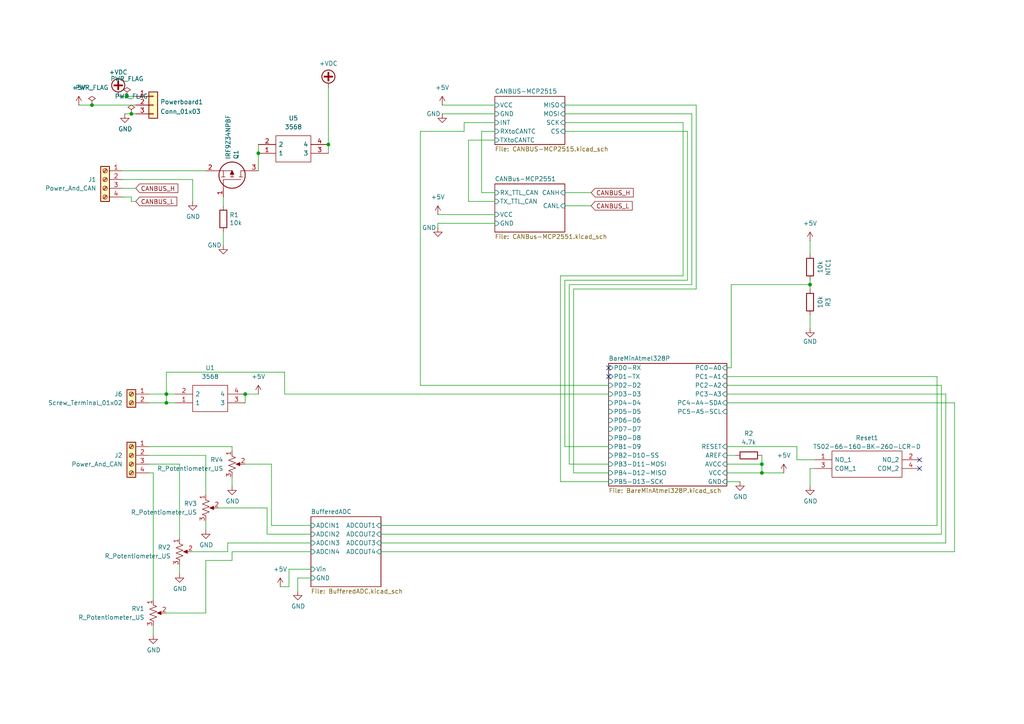
<source format=kicad_sch>
(kicad_sch (version 20231120) (generator "eeschema") (generator_version "8.0")
  (paper "A4")
  (lib_symbols
    (symbol "Connector:Screw_Terminal_01x02" (pin_names (offset 1.016) hide)
      (property "Reference" "J" (at 0 2.54 0))
      (property "Value" "Screw_Terminal_01x02" (at 0 -5.08 0))
      (symbol "Screw_Terminal_01x02_1_1"
        (rectangle (start -1.27 1.27) (end 1.27 -3.81) (stroke (width 0.254)) (fill (type background)))
        (circle (center 0 -2.54) (radius 0.635) (stroke (width 0.1524)))
        (polyline (pts (xy -0.5334 -2.2098) (xy 0.3302 -3.048)) (stroke (width 0.1524)))
        (polyline (pts (xy -0.5334 0.3302) (xy 0.3302 -0.508)) (stroke (width 0.1524)))
        (polyline (pts (xy -0.3556 -2.032) (xy 0.508 -2.8702)) (stroke (width 0.1524)))
        (polyline (pts (xy -0.3556 0.508) (xy 0.508 -0.3302)) (stroke (width 0.1524)))
        (circle (center 0 0) (radius 0.635) (stroke (width 0.1524)))
        (pin passive line (at -5.08 0 0) (length 3.81) (name "Pin_1") (number "1"))
        (pin passive line (at -5.08 -2.54 0) (length 3.81) (name "Pin_2") (number "2"))
      )
    )
    (symbol "Connector:Screw_Terminal_01x04" (pin_names (offset 1.016) hide)
      (property "Reference" "J" (at 0 5.08 0))
      (property "Value" "Screw_Terminal_01x04" (at 0 -7.62 0))
      (symbol "Screw_Terminal_01x04_1_1"
        (rectangle (start -1.27 3.81) (end 1.27 -6.35) (stroke (width 0.254)) (fill (type background)))
        (circle (center 0 -5.08) (radius 0.635) (stroke (width 0.1524)))
        (circle (center 0 -2.54) (radius 0.635) (stroke (width 0.1524)))
        (polyline (pts (xy -0.5334 -4.7498) (xy 0.3302 -5.588)) (stroke (width 0.1524)))
        (polyline (pts (xy -0.5334 -2.2098) (xy 0.3302 -3.048)) (stroke (width 0.1524)))
        (polyline (pts (xy -0.5334 0.3302) (xy 0.3302 -0.508)) (stroke (width 0.1524)))
        (polyline (pts (xy -0.5334 2.8702) (xy 0.3302 2.032)) (stroke (width 0.1524)))
        (polyline (pts (xy -0.3556 -4.572) (xy 0.508 -5.4102)) (stroke (width 0.1524)))
        (polyline (pts (xy -0.3556 -2.032) (xy 0.508 -2.8702)) (stroke (width 0.1524)))
        (polyline (pts (xy -0.3556 0.508) (xy 0.508 -0.3302)) (stroke (width 0.1524)))
        (polyline (pts (xy -0.3556 3.048) (xy 0.508 2.2098)) (stroke (width 0.1524)))
        (circle (center 0 0) (radius 0.635) (stroke (width 0.1524)))
        (circle (center 0 2.54) (radius 0.635) (stroke (width 0.1524)))
        (pin passive line (at -5.08 2.54 0) (length 3.81) (name "Pin_1") (number "1"))
        (pin passive line (at -5.08 0 0) (length 3.81) (name "Pin_2") (number "2"))
        (pin passive line (at -5.08 -2.54 0) (length 3.81) (name "Pin_3") (number "3"))
        (pin passive line (at -5.08 -5.08 0) (length 3.81) (name "Pin_4") (number "4"))
      )
    )
    (symbol "Connector_Generic:Conn_01x03" (pin_names (offset 1.016) hide)
      (property "Reference" "J" (at 0 5.08 0))
      (property "Value" "Conn_01x03" (at 0 -5.08 0))
      (symbol "Conn_01x03_1_1"
        (rectangle (start -1.27 -2.413) (end 0 -2.667) (stroke (width 0.1524)))
        (rectangle (start -1.27 0.127) (end 0 -0.127) (stroke (width 0.1524)))
        (rectangle (start -1.27 2.667) (end 0 2.413) (stroke (width 0.1524)))
        (rectangle (start -1.27 3.81) (end 1.27 -3.81) (stroke (width 0.254)) (fill (type background)))
        (pin passive line (at -5.08 2.54 0) (length 3.81) (name "Pin_1") (number "1"))
        (pin passive line (at -5.08 0 0) (length 3.81) (name "Pin_2") (number "2"))
        (pin passive line (at -5.08 -2.54 0) (length 3.81) (name "Pin_3") (number "3"))
      )
    )
    (symbol "Device:R" (pin_numbers hide) (pin_names (offset 0))
      (property "Reference" "R" (at 2.032 0 90))
      (property "Value" "R" (at 0 0 90))
      (symbol "R_0_1"
        (rectangle (start -1.016 -2.54) (end 1.016 2.54) (stroke (width 0.254)))
      )
      (symbol "R_1_1"
        (pin passive line (at 0 3.81 270) (length 1.27) (name "~") (number "1"))
        (pin passive line (at 0 -3.81 90) (length 1.27) (name "~") (number "2"))
      )
    )
    (symbol "Device:R_Potentiometer_US" (pin_names (offset 1.016) hide)
      (property "Reference" "RV" (at -4.445 0 90))
      (property "Value" "R_Potentiometer_US" (at -2.54 0 90))
      (symbol "R_Potentiometer_US_0_1"
        (polyline (pts (xy 0 -2.286) (xy 0 -2.54)))
        (polyline (pts (xy 0 2.54) (xy 0 2.286)))
        (polyline (pts (xy 2.54 0) (xy 1.524 0)))
        (polyline (pts (xy 1.143 0) (xy 2.286 0.508) (xy 2.286 -0.508) (xy 1.143 0)) (fill (type outline)))
        (polyline (pts (xy 0 -0.762) (xy 1.016 -1.143) (xy 0 -1.524) (xy -1.016 -1.905) (xy 0 -2.286)))
        (polyline (pts (xy 0 0.762) (xy 1.016 0.381) (xy 0 0) (xy -1.016 -0.381) (xy 0 -0.762)))
        (polyline (pts (xy 0 2.286) (xy 1.016 1.905) (xy 0 1.524) (xy -1.016 1.143) (xy 0 0.762)))
      )
      (symbol "R_Potentiometer_US_1_1"
        (pin passive line (at 0 3.81 270) (length 1.27) (name "1") (number "1"))
        (pin passive line (at 3.81 0 180) (length 1.27) (name "2") (number "2"))
        (pin passive line (at 0 -3.81 90) (length 1.27) (name "3") (number "3"))
      )
    )
    (symbol "SamacSys_Parts:3568" (pin_names (offset 0.762))
      (property "Reference" "U" (at 16.51 7.62 0))
      (property "Value" "3568" (at 16.51 5.08 0))
      (symbol "3568_0_0"
        (pin passive line (at 0 -2.54 0) (length 5.08) (name "1") (number "1"))
        (pin passive line (at 0 0 0) (length 5.08) (name "2") (number "2"))
        (pin passive line (at 20.32 -2.54 180) (length 5.08) (name "3") (number "3"))
        (pin passive line (at 20.32 0 180) (length 5.08) (name "4") (number "4"))
      )
      (symbol "3568_0_1"
        (polyline (pts (xy 5.08 2.54) (xy 15.24 2.54) (xy 15.24 -5.08) (xy 5.08 -5.08) (xy 5.08 2.54)) (stroke (width 0.1524)))
      )
    )
    (symbol "SamacSys_Parts:IRF9Z34NPBF" (pin_names (offset 0.762))
      (property "Reference" "Q" (at 11.43 3.81 0))
      (property "Value" "SamacSys_Parts_IRF9Z34NPBF" (at 11.43 1.27 0))
      (symbol "IRF9Z34NPBF_0_0"
        (pin passive line (at 0 0 0) (length 2.54) (name "~") (number "1"))
        (pin passive line (at 7.62 -5.08 90) (length 2.54) (name "~") (number "2"))
        (pin passive line (at 7.62 10.16 270) (length 2.54) (name "~") (number "3"))
      )
      (symbol "IRF9Z34NPBF_0_1"
        (polyline (pts (xy 5.842 -0.508) (xy 5.842 0.508)) (stroke (width 0.1524)))
        (polyline (pts (xy 5.842 0) (xy 7.62 0)) (stroke (width 0.1524)))
        (polyline (pts (xy 5.842 2.032) (xy 5.842 3.048)) (stroke (width 0.1524)))
        (polyline (pts (xy 5.842 5.588) (xy 5.842 4.572)) (stroke (width 0.1524)))
        (polyline (pts (xy 7.62 2.54) (xy 5.842 2.54)) (stroke (width 0.1524)))
        (polyline (pts (xy 7.62 2.54) (xy 7.62 -2.54)) (stroke (width 0.1524)))
        (polyline (pts (xy 7.62 5.08) (xy 5.842 5.08)) (stroke (width 0.1524)))
        (polyline (pts (xy 7.62 5.08) (xy 7.62 7.62)) (stroke (width 0.1524)))
        (polyline (pts (xy 2.54 0) (xy 5.08 0) (xy 5.08 5.08)) (stroke (width 0.1524)))
        (polyline (pts (xy 7.62 2.54) (xy 6.604 3.048) (xy 6.604 2.032) (xy 7.62 2.54)) (stroke (width 0.254)) (fill (type outline)))
        (circle (center 6.35 2.54) (radius 3.81) (stroke (width 0.254)))
      )
    )
    (symbol "SamacSys_Parts:TS02-66-160-BK-260-LCR-D" (pin_names (offset 0.762))
      (property "Reference" "S" (at 26.67 7.62 0))
      (property "Value" "TS02-66-160-BK-260-LCR-D" (at 26.67 5.08 0))
      (symbol "TS02-66-160-BK-260-LCR-D_0_0"
        (pin passive line (at 0 0 0) (length 5.08) (name "NO_1") (number "1"))
        (pin passive line (at 30.48 0 180) (length 5.08) (name "NO_2") (number "2"))
        (pin passive line (at 0 -2.54 0) (length 5.08) (name "COM_1") (number "3"))
        (pin passive line (at 30.48 -2.54 180) (length 5.08) (name "COM_2") (number "4"))
      )
      (symbol "TS02-66-160-BK-260-LCR-D_0_1"
        (polyline (pts (xy 5.08 2.54) (xy 25.4 2.54) (xy 25.4 -5.08) (xy 5.08 -5.08) (xy 5.08 2.54)) (stroke (width 0.1524)))
      )
    )
    (symbol "power:+5V" (power) (pin_numbers hide) (pin_names (offset 0) hide)
      (property "Value" "+5V" (at 0 3.556 0))
      (symbol "+5V_0_1"
        (polyline (pts (xy -0.762 1.27) (xy 0 2.54)))
        (polyline (pts (xy 0 0) (xy 0 2.54)))
        (polyline (pts (xy 0 2.54) (xy 0.762 1.27)))
      )
      (symbol "+5V_1_1"
        (pin power_in line (at 0 0 90) (length 0) (name "~") (number "1"))
      )
    )
    (symbol "power:+VDC" (power) (pin_names (offset 0))
      (property "Value" "+VDC" (at 0 6.35 0))
      (symbol "+VDC_0_1"
        (polyline (pts (xy -1.143 3.175) (xy 1.143 3.175)) (stroke (width 0.508)))
        (polyline (pts (xy 0 0) (xy 0 1.27)))
        (polyline (pts (xy 0 2.032) (xy 0 4.318)) (stroke (width 0.508)))
        (circle (center 0 3.175) (radius 1.905) (stroke (width 0.254)))
      )
      (symbol "+VDC_1_1"
        (pin power_in line (at 0 0 90) (length 0) hide (name "+VDC") (number "1"))
      )
    )
    (symbol "power:GND" (power) (pin_names (offset 0))
      (property "Value" "GND" (at 0 -3.81 0))
      (symbol "GND_0_1"
        (polyline (pts (xy 0 0) (xy 0 -1.27) (xy 1.27 -1.27) (xy 0 -2.54) (xy -1.27 -1.27) (xy 0 -1.27)))
      )
      (symbol "GND_1_1"
        (pin power_in line (at 0 0 270) (length 0) hide (name "GND") (number "1"))
      )
    )
    (symbol "power:PWR_FLAG" (power) (pin_numbers hide) (pin_names (offset 0) hide)
      (property "Value" "PWR_FLAG" (at 0 3.81 0))
      (symbol "PWR_FLAG_0_0"
        (pin power_out line (at 0 0 90) (length 0) (name "~") (number "1"))
      )
      (symbol "PWR_FLAG_0_1"
        (polyline (pts (xy 0 0) (xy 0 1.27) (xy -1.016 1.905) (xy 0 2.54) (xy 1.016 1.905) (xy 0 1.27)))
      )
    )
  )
  (junction (at 48.26 114.3))
  (junction (at 234.95 82.55))
  (junction (at 95.25 41.91))
  (junction (at 74.93 44.45))
  (junction (at 38.1 33.02))
  (junction (at 36.83 27.94))
  (junction (at 48.26 116.84))
  (junction (at 220.98 134.62))
  (junction (at 26.67 30.48))
  (junction (at 220.98 137.16))
  (junction (at 71.12 114.3))
  (no_connect (at 176.53 106.68))
  (no_connect (at 176.53 109.22))
  (no_connect (at 266.7 135.89))
  (no_connect (at 266.7 133.35))
  (wire (pts (xy 34.29 27.94) (xy 36.83 27.94)))
  (wire (pts (xy 35.56 52.07) (xy 55.88 52.07)))
  (wire (pts (xy 128.27 33.02) (xy 143.51 33.02)))
  (wire (pts (xy 176.53 114.3) (xy 82.55 114.3)))
  (wire (pts (xy 274.32 157.48) (xy 110.49 157.48)))
  (wire (pts (xy 110.49 160.02) (xy 276.86 160.02)))
  (wire (pts (xy 95.25 41.91) (xy 95.25 44.45)))
  (wire (pts (xy 231.14 129.54) (xy 231.14 133.35)))
  (wire (pts (xy 176.53 111.76) (xy 121.92 111.76)))
  (wire (pts (xy 26.67 30.48) (xy 39.37 30.48)))
  (wire (pts (xy 176.53 129.54) (xy 163.83 129.54)))
  (wire (pts (xy 212.09 106.68) (xy 212.09 82.55)))
  (wire (pts (xy 200.66 33.02) (xy 200.66 82.55)))
  (wire (pts (xy 59.69 132.08) (xy 59.69 143.51)))
  (wire (pts (xy 78.74 152.4) (xy 78.74 134.62)))
  (wire (pts (xy 38.1 58.42) (xy 38.1 57.15)))
  (wire (pts (xy 234.95 82.55) (xy 234.95 83.82)))
  (wire (pts (xy 234.95 135.89) (xy 234.95 140.97)))
  (wire (pts (xy 143.51 64.77) (xy 127 64.77)))
  (wire (pts (xy 55.88 58.42) (xy 55.88 52.07)))
  (wire (pts (xy 234.95 81.28) (xy 234.95 82.55)))
  (wire (pts (xy 48.26 107.95) (xy 48.26 114.3)))
  (wire (pts (xy 210.82 139.7) (xy 214.63 139.7)))
  (wire (pts (xy 67.31 160.02) (xy 90.17 160.02)))
  (wire (pts (xy 139.7 38.1) (xy 143.51 38.1)))
  (wire (pts (xy 163.83 81.28) (xy 199.39 81.28)))
  (wire (pts (xy 127 62.23) (xy 143.51 62.23)))
  (wire (pts (xy 198.12 35.56) (xy 163.83 35.56)))
  (wire (pts (xy 273.05 111.76) (xy 210.82 111.76)))
  (wire (pts (xy 163.83 129.54) (xy 163.83 81.28)))
  (wire (pts (xy 210.82 132.08) (xy 213.36 132.08)))
  (wire (pts (xy 128.27 30.48) (xy 143.51 30.48)))
  (wire (pts (xy 220.98 137.16) (xy 227.33 137.16)))
  (wire (pts (xy 198.12 80.01) (xy 198.12 35.56)))
  (wire (pts (xy 276.86 160.02) (xy 276.86 116.84)))
  (wire (pts (xy 121.92 38.1) (xy 134.62 38.1)))
  (wire (pts (xy 210.82 109.22) (xy 271.78 109.22)))
  (wire (pts (xy 127 64.77) (xy 127 66.04)))
  (wire (pts (xy 163.83 33.02) (xy 200.66 33.02)))
  (wire (pts (xy 71.12 114.3) (xy 71.12 116.84)))
  (wire (pts (xy 234.95 91.44) (xy 234.95 95.25)))
  (wire (pts (xy 165.1 82.55) (xy 165.1 134.62)))
  (wire (pts (xy 38.1 57.15) (xy 35.56 57.15)))
  (wire (pts (xy 162.56 80.01) (xy 198.12 80.01)))
  (wire (pts (xy 74.93 44.45) (xy 74.93 49.53)))
  (wire (pts (xy 143.51 55.88) (xy 139.7 55.88)))
  (wire (pts (xy 44.45 137.16) (xy 43.18 137.16)))
  (wire (pts (xy 210.82 106.68) (xy 212.09 106.68)))
  (wire (pts (xy 176.53 139.7) (xy 162.56 139.7)))
  (wire (pts (xy 276.86 116.84) (xy 210.82 116.84)))
  (wire (pts (xy 43.18 132.08) (xy 59.69 132.08)))
  (wire (pts (xy 210.82 129.54) (xy 231.14 129.54)))
  (wire (pts (xy 135.89 40.64) (xy 135.89 58.42)))
  (wire (pts (xy 90.17 167.64) (xy 86.36 167.64)))
  (wire (pts (xy 59.69 151.13) (xy 59.69 153.67)))
  (wire (pts (xy 83.82 170.18) (xy 83.82 165.1)))
  (wire (pts (xy 220.98 134.62) (xy 220.98 137.16)))
  (wire (pts (xy 121.92 111.76) (xy 121.92 38.1)))
  (wire (pts (xy 22.86 30.48) (xy 26.67 30.48)))
  (wire (pts (xy 44.45 181.61) (xy 44.45 184.15)))
  (wire (pts (xy 176.53 137.16) (xy 166.37 137.16)))
  (wire (pts (xy 71.12 114.3) (xy 74.93 114.3)))
  (wire (pts (xy 67.31 138.43) (xy 67.31 140.97)))
  (wire (pts (xy 59.69 162.56) (xy 67.31 162.56)))
  (wire (pts (xy 66.04 157.48) (xy 90.17 157.48)))
  (wire (pts (xy 165.1 134.62) (xy 176.53 134.62)))
  (wire (pts (xy 82.55 114.3) (xy 82.55 107.95)))
  (wire (pts (xy 234.95 69.85) (xy 234.95 73.66)))
  (wire (pts (xy 35.56 49.53) (xy 59.69 49.53)))
  (wire (pts (xy 67.31 129.54) (xy 67.31 130.81)))
  (wire (pts (xy 48.26 116.84) (xy 48.26 114.3)))
  (wire (pts (xy 36.83 27.94) (xy 39.37 27.94)))
  (wire (pts (xy 50.8 116.84) (xy 48.26 116.84)))
  (wire (pts (xy 163.83 59.69) (xy 171.45 59.69)))
  (wire (pts (xy 77.47 147.32) (xy 77.47 154.94)))
  (wire (pts (xy 36.195 33.02) (xy 38.1 33.02)))
  (wire (pts (xy 162.56 139.7) (xy 162.56 80.01)))
  (wire (pts (xy 48.26 177.8) (xy 59.69 177.8)))
  (wire (pts (xy 74.93 41.91) (xy 74.93 44.45)))
  (wire (pts (xy 273.05 154.94) (xy 273.05 111.76)))
  (wire (pts (xy 55.88 160.02) (xy 66.04 160.02)))
  (wire (pts (xy 134.62 35.56) (xy 143.51 35.56)))
  (wire (pts (xy 139.7 55.88) (xy 139.7 38.1)))
  (wire (pts (xy 66.04 160.02) (xy 66.04 157.48)))
  (wire (pts (xy 210.82 114.3) (xy 274.32 114.3)))
  (wire (pts (xy 166.37 137.16) (xy 166.37 83.82)))
  (wire (pts (xy 63.5 147.32) (xy 77.47 147.32)))
  (wire (pts (xy 39.37 58.42) (xy 38.1 58.42)))
  (wire (pts (xy 166.37 83.82) (xy 201.93 83.82)))
  (wire (pts (xy 64.77 67.31) (xy 64.77 71.12)))
  (wire (pts (xy 236.22 135.89) (xy 234.95 135.89)))
  (wire (pts (xy 82.55 107.95) (xy 48.26 107.95)))
  (wire (pts (xy 199.39 81.28) (xy 199.39 38.1)))
  (wire (pts (xy 271.78 109.22) (xy 271.78 152.4)))
  (wire (pts (xy 135.89 58.42) (xy 143.51 58.42)))
  (wire (pts (xy 134.62 38.1) (xy 134.62 35.56)))
  (wire (pts (xy 44.45 173.99) (xy 44.45 137.16)))
  (wire (pts (xy 52.07 134.62) (xy 43.18 134.62)))
  (wire (pts (xy 200.66 82.55) (xy 165.1 82.55)))
  (wire (pts (xy 90.17 152.4) (xy 78.74 152.4)))
  (wire (pts (xy 163.83 30.48) (xy 201.93 30.48)))
  (wire (pts (xy 52.07 156.21) (xy 52.07 134.62)))
  (wire (pts (xy 110.49 154.94) (xy 273.05 154.94)))
  (wire (pts (xy 143.51 40.64) (xy 135.89 40.64)))
  (wire (pts (xy 38.1 33.02) (xy 39.37 33.02)))
  (wire (pts (xy 86.36 167.64) (xy 86.36 171.45)))
  (wire (pts (xy 163.83 55.88) (xy 171.45 55.88)))
  (wire (pts (xy 201.93 83.82) (xy 201.93 30.48)))
  (wire (pts (xy 35.56 54.61) (xy 39.37 54.61)))
  (wire (pts (xy 81.28 170.18) (xy 83.82 170.18)))
  (wire (pts (xy 274.32 114.3) (xy 274.32 157.48)))
  (wire (pts (xy 52.07 163.83) (xy 52.07 166.37)))
  (wire (pts (xy 231.14 133.35) (xy 236.22 133.35)))
  (wire (pts (xy 95.25 25.4) (xy 95.25 41.91)))
  (wire (pts (xy 212.09 82.55) (xy 234.95 82.55)))
  (wire (pts (xy 43.18 116.84) (xy 48.26 116.84)))
  (wire (pts (xy 67.31 162.56) (xy 67.31 160.02)))
  (wire (pts (xy 64.77 59.69) (xy 64.77 57.15)))
  (wire (pts (xy 210.82 134.62) (xy 220.98 134.62)))
  (wire (pts (xy 83.82 165.1) (xy 90.17 165.1)))
  (wire (pts (xy 77.47 154.94) (xy 90.17 154.94)))
  (wire (pts (xy 220.98 132.08) (xy 220.98 134.62)))
  (wire (pts (xy 271.78 152.4) (xy 110.49 152.4)))
  (wire (pts (xy 78.74 134.62) (xy 71.12 134.62)))
  (wire (pts (xy 59.69 177.8) (xy 59.69 162.56)))
  (wire (pts (xy 43.18 129.54) (xy 67.31 129.54)))
  (wire (pts (xy 43.18 114.3) (xy 48.26 114.3)))
  (wire (pts (xy 210.82 137.16) (xy 220.98 137.16)))
  (wire (pts (xy 48.26 114.3) (xy 50.8 114.3)))
  (wire (pts (xy 199.39 38.1) (xy 163.83 38.1)))
  (global_label "CANBUS_H" (shape input) (at 39.37 54.61 0) (property "Intersheetrefs" "${INTERSHEET_REFS}" (effects (hide yes))))
  (global_label "CANBUS_H" (shape input) (at 171.45 55.88 0) (property "Intersheetrefs" "${INTERSHEET_REFS}" (effects (hide yes))))
  (global_label "CANBUS_L" (shape input) (at 171.45 59.69 0) (property "Intersheetrefs" "${INTERSHEET_REFS}" (effects (hide yes))))
  (global_label "CANBUS_L" (shape input) (at 39.37 58.42 0) (property "Intersheetrefs" "${INTERSHEET_REFS}" (effects (hide yes))))
  (symbol (lib_id "Device:R_Potentiometer_US") (at 67.31 134.62 0) (unit 1)
    (property "Reference" "RV4" (at 64.77 133.3499 0) (effects (justify right)))
    (property "Value" "R_Potentiometer_US" (at 64.77 135.8899 0) (effects (justify right)))
    (property "Footprint" "Potentiometer_THT:Potentiometer_Bourns_3296W_Vertical" (effects (hide yes)))
    (property "Description" "Potentiometer, US symbol" (effects (hide yes)))
  )
  (symbol (lib_id "Connector:Screw_Terminal_01x04") (at 38.1 132.08 0) (mirror y) (unit 1)
    (property "Reference" "J2" (at 35.56 132.0799 0) (effects (justify left)))
    (property "Value" "Power_And_CAN" (at 35.56 134.6199 0) (effects (justify left)))
    (property "Footprint" "TerminalBlock_Phoenix:TerminalBlock_Phoenix_MPT-0,5-4-2.54_1x04_P2.54mm_Horizontal" (effects (hide yes)))
    (property "Description" "Generic screw terminal, single row, 01x04, script generated (kicad-library-utils/schlib/autogen/connector/)" (effects (hide yes)))
  )
  (symbol (lib_id "power:+5V") (at 22.86 30.48 0) (unit 1)
    (property "Reference" "#PWR01" (effects (hide yes)))
    (property "Value" "+5V" (at 22.86 25.4 0))
    (property "Description" "Power symbol creates a global label with name \"+5V\"" (effects (hide yes)))
  )
  (symbol (lib_id "SamacSys_Parts:IRF9Z34NPBF") (at 64.77 57.15 270) (mirror x) (unit 1)
    (property "Reference" "Q1" (at 68.4784 46.228 0) (effects (justify left)))
    (property "Value" "IRF9Z34NPBF" (at 66.167 46.228 0) (effects (justify left)))
    (property "Footprint" "SamacSys_Parts:TO254P469X1042X1967-3P" (effects (hide yes)))
    (property "Datasheet" "https://www.infineon.com/dgdl/irf9z34npbf.pdf?fileId=5546d462533600a40153561220af1ddd" (effects (hide yes)))
    (property "Description" "MOSFET MOSFT PCh -55V -17A 100mOhm 23.3nC" (effects (hide yes)))
    (property "Height" "4.69" (effects (hide yes)))
    (property "Mouser Part Number" "942-IRF9Z34NPBF" (effects (hide yes)))
    (property "Mouser Price/Stock" "https://www.mouser.co.uk/ProductDetail/Infineon-IR/IRF9Z34NPBF?qs=9%252BKlkBgLFf16a%2FvlD%252BMCtQ%3D%3D" (effects (hide yes)))
    (property "Manufacturer_Name" "Infineon" (effects (hide yes)))
    (property "Manufacturer_Part_Number" "IRF9Z34NPBF" (effects (hide yes)))
  )
  (symbol (lib_id "SamacSys_Parts:3568") (at 50.8 114.3 0) (unit 1)
    (property "Reference" "U1" (at 60.96 106.68 0))
    (property "Value" "3568" (at 60.96 109.22 0))
    (property "Footprint" "3568" (effects (hide yes)))
    (property "Description" "Fuse Holder 30A 500V 1 Circuit Blade Through Hole" (effects (hide yes)))
    (property "Height" "7.5" (effects (hide yes)))
    (property "Mouser Part Number" "534-3568" (effects (hide yes)))
    (property "Mouser Price/Stock" "https://www.mouser.co.uk/ProductDetail/Keystone-Electronics/3568?qs=fP5bVVCrK%2Fd7nbA%2FPpwnKw%3D%3D" (effects (hide yes)))
    (property "Manufacturer_Name" "Keystone Electronics" (effects (hide yes)))
    (property "Manufacturer_Part_Number" "3568" (effects (hide yes)))
  )
  (symbol (lib_id "Connector:Screw_Terminal_01x02") (at 38.1 114.3 0) (mirror y) (unit 1)
    (property "Reference" "J6" (at 35.56 114.2999 0) (effects (justify left)))
    (property "Value" "Screw_Terminal_01x02" (at 35.56 116.8399 0) (effects (justify left)))
    (property "Footprint" "TerminalBlock_Phoenix:TerminalBlock_Phoenix_MPT-0,5-2-2.54_1x02_P2.54mm_Horizontal" (effects (hide yes)))
    (property "Description" "Generic screw terminal, single row, 01x02, script generated (kicad-library-utils/schlib/autogen/connector/)" (effects (hide yes)))
  )
  (symbol (lib_id "power:PWR_FLAG") (at 36.83 27.94 0) (unit 1)
    (property "Reference" "#FLG02" (effects (hide yes)))
    (property "Value" "PWR_FLAG" (at 36.83 22.86 0))
    (property "Description" "Special symbol for telling ERC where power comes from" (effects (hide yes)))
  )
  (symbol (lib_id "power:GND") (at 86.36 171.45 0) (unit 1)
    (property "Reference" "#PWR011" (effects (hide yes)))
    (property "Value" "GND" (at 86.487 175.8442 0))
  )
  (symbol (lib_id "power:+VDC") (at 34.29 27.94 0) (unit 1)
    (property "Reference" "#PWR02" (effects (hide yes)))
    (property "Value" "+VDC" (at 34.29 20.955 0))
  )
  (symbol (lib_id "Device:R_Potentiometer_US") (at 44.45 177.8 0) (unit 1)
    (property "Reference" "RV1" (at 41.91 176.5299 0) (effects (justify right)))
    (property "Value" "R_Potentiometer_US" (at 41.91 179.0699 0) (effects (justify right)))
    (property "Footprint" "Potentiometer_THT:Potentiometer_Bourns_3296W_Vertical" (effects (hide yes)))
    (property "Description" "Potentiometer, US symbol" (effects (hide yes)))
  )
  (symbol (lib_id "power:GND") (at 52.07 166.37 0) (unit 1)
    (property "Reference" "#PWR05" (effects (hide yes)))
    (property "Value" "GND" (at 52.197 170.7642 0))
  )
  (symbol (lib_id "SamacSys_Parts:TS02-66-160-BK-260-LCR-D") (at 236.22 133.35 0) (unit 1)
    (property "Reference" "Reset1" (at 251.46 127 0))
    (property "Value" "TS02-66-160-BK-260-LCR-D" (at 251.46 129.54 0))
    (property "Footprint" "SamacSys_Parts:TS0266160BK260LCRD" (effects (hide yes)))
    (property "Datasheet" "https://www.cuidevices.com/product/resource/ts02.pdf" (effects (hide yes)))
    (property "Description" "Tactile Switches 6 x 6 mm, 16 mm Act Height, 260 gf, Black, Long Crimped, Through Hole, SPST," (effects (hide yes)))
    (property "Height" "16.2" (effects (hide yes)))
    (property "Mouser Part Number" "179-TS0266160BK260LC" (effects (hide yes)))
    (property "Mouser Price/Stock" "https://www.mouser.co.uk/ProductDetail/CUI-Devices/TS02-66-160-BK-260-LCR-D?qs=A6eO%252BMLsxmR2iSh4nOToMQ%3D%3D" (effects (hide yes)))
    (property "Manufacturer_Name" "CUI Devices" (effects (hide yes)))
    (property "Manufacturer_Part_Number" "TS02-66-160-BK-260-LCR-D" (effects (hide yes)))
  )
  (symbol (lib_id "power:GND") (at 234.95 140.97 0) (unit 1)
    (property "Reference" "#PWR021" (effects (hide yes)))
    (property "Value" "GND" (at 235.077 145.3642 0))
  )
  (symbol (lib_id "Device:R_Potentiometer_US") (at 59.69 147.32 0) (unit 1)
    (property "Reference" "RV3" (at 57.15 146.0499 0) (effects (justify right)))
    (property "Value" "R_Potentiometer_US" (at 57.15 148.5899 0) (effects (justify right)))
    (property "Footprint" "Potentiometer_THT:Potentiometer_Bourns_3296W_Vertical" (effects (hide yes)))
    (property "Description" "Potentiometer, US symbol" (effects (hide yes)))
  )
  (symbol (lib_id "power:+5V") (at 127 62.23 0) (unit 1)
    (property "Reference" "#PWR013" (effects (hide yes)))
    (property "Value" "+5V" (at 127 57.15 0))
    (property "Description" "Power symbol creates a global label with name \"+5V\"" (effects (hide yes)))
  )
  (symbol (lib_id "power:PWR_FLAG") (at 38.1 33.02 0) (unit 1)
    (property "Reference" "#FLG03" (effects (hide yes)))
    (property "Value" "PWR_FLAG" (at 38.1 27.94 0))
    (property "Description" "Special symbol for telling ERC where power comes from" (effects (hide yes)))
  )
  (symbol (lib_id "power:GND") (at 36.195 33.02 0) (unit 1)
    (property "Reference" "#PWR03" (effects (hide yes)))
    (property "Value" "GND" (at 36.322 37.4142 0))
  )
  (symbol (lib_id "power:+5V") (at 74.93 114.3 0) (unit 1)
    (property "Reference" "#PWR022" (effects (hide yes)))
    (property "Value" "+5V" (at 74.93 109.22 0))
    (property "Description" "Power symbol creates a global label with name \"+5V\"" (effects (hide yes)))
  )
  (symbol (lib_id "power:PWR_FLAG") (at 26.67 30.48 0) (unit 1)
    (property "Reference" "#FLG01" (effects (hide yes)))
    (property "Value" "PWR_FLAG" (at 26.67 25.4 0))
    (property "Description" "Special symbol for telling ERC where power comes from" (effects (hide yes)))
  )
  (symbol (lib_id "Device:R") (at 64.77 63.5 0) (unit 1)
    (property "Reference" "R1" (at 66.548 62.3316 0) (effects (justify left)))
    (property "Value" "10k" (at 66.548 64.643 0) (effects (justify left)))
    (property "Footprint" "Resistor_SMD:R_1206_3216Metric_Pad1.30x1.75mm_HandSolder" (effects (hide yes)))
  )
  (symbol (lib_id "power:GND") (at 44.45 184.15 0) (unit 1)
    (property "Reference" "#PWR04" (effects (hide yes)))
    (property "Value" "GND" (at 44.577 188.5442 0))
  )
  (symbol (lib_id "power:GND") (at 55.88 58.42 0) (unit 1)
    (property "Reference" "#PWR06" (effects (hide yes)))
    (property "Value" "GND" (at 56.007 62.8142 0))
  )
  (symbol (lib_id "Connector_Generic:Conn_01x03") (at 44.45 30.48 0) (unit 1)
    (property "Reference" "Powerboard1" (at 46.482 29.5715 0) (effects (justify left)))
    (property "Value" "Conn_01x03" (at 46.482 32.3466 0) (effects (justify left)))
    (property "Footprint" "Connector_PinHeader_2.54mm:PinHeader_1x03_P2.54mm_Vertical" (effects (hide yes)))
  )
  (symbol (lib_id "Connector:Screw_Terminal_01x04") (at 30.48 52.07 0) (mirror y) (unit 1)
    (property "Reference" "J1" (at 27.94 52.0699 0) (effects (justify left)))
    (property "Value" "Power_And_CAN" (at 27.94 54.6099 0) (effects (justify left)))
    (property "Footprint" "TerminalBlock_Phoenix:TerminalBlock_Phoenix_MPT-0,5-4-2.54_1x04_P2.54mm_Horizontal" (effects (hide yes)))
    (property "Description" "Generic screw terminal, single row, 01x04, script generated (kicad-library-utils/schlib/autogen/connector/)" (effects (hide yes)))
  )
  (symbol (lib_id "power:GND") (at 128.27 33.02 0) (unit 1)
    (property "Reference" "#PWR016" (effects (hide yes)))
    (property "Value" "GND" (at 125.73 33.02 0))
  )
  (symbol (lib_id "power:+5V") (at 81.28 170.18 0) (unit 1)
    (property "Reference" "#PWR010" (effects (hide yes)))
    (property "Value" "+5V" (at 81.28 165.1 0))
    (property "Description" "Power symbol creates a global label with name \"+5V\"" (effects (hide yes)))
  )
  (symbol (lib_id "Device:R") (at 217.17 132.08 90) (unit 1)
    (property "Reference" "R2" (at 217.17 125.73 90))
    (property "Value" "4.7k" (at 217.17 128.27 90))
    (property "Footprint" "Resistor_SMD:R_1206_3216Metric_Pad1.30x1.75mm_HandSolder" (effects (hide yes)))
    (property "Description" "Resistor" (effects (hide yes)))
  )
  (symbol (lib_id "power:GND") (at 234.95 95.25 0) (unit 1)
    (property "Reference" "#PWR020" (effects (hide yes)))
    (property "Value" "GND" (at 234.95 99.06 0))
  )
  (symbol (lib_id "power:GND") (at 64.77 71.12 0) (unit 1)
    (property "Reference" "#PWR08" (effects (hide yes)))
    (property "Value" "GND" (at 62.23 71.12 0))
  )
  (symbol (lib_id "Device:R") (at 234.95 87.63 180) (unit 1)
    (property "Reference" "R3" (at 240.2078 87.63 90))
    (property "Value" "10k" (at 237.8964 87.63 90))
    (property "Footprint" "Resistor_SMD:R_1206_3216Metric_Pad1.30x1.75mm_HandSolder" (effects (hide yes)))
  )
  (symbol (lib_id "power:GND") (at 59.69 153.67 0) (unit 1)
    (property "Reference" "#PWR07" (effects (hide yes)))
    (property "Value" "GND" (at 59.817 158.0642 0))
  )
  (symbol (lib_id "power:+5V") (at 227.33 137.16 0) (unit 1)
    (property "Reference" "#PWR018" (effects (hide yes)))
    (property "Value" "+5V" (at 227.33 132.08 0))
    (property "Description" "Power symbol creates a global label with name \"+5V\"" (effects (hide yes)))
  )
  (symbol (lib_id "power:GND") (at 214.63 139.7 0) (unit 1)
    (property "Reference" "#PWR017" (effects (hide yes)))
    (property "Value" "GND" (at 214.757 144.0942 0))
  )
  (symbol (lib_id "power:+VDC") (at 95.25 25.4 0) (unit 1)
    (property "Reference" "#PWR012" (effects (hide yes)))
    (property "Value" "+VDC" (at 95.25 18.415 0))
  )
  (symbol (lib_id "Device:R") (at 234.95 77.47 180) (unit 1)
    (property "Reference" "NTC1" (at 240.2078 77.47 90))
    (property "Value" "10k" (at 237.8964 77.47 90))
    (property "Footprint" "Resistor_THT:R_Axial_DIN0207_L6.3mm_D2.5mm_P2.54mm_Vertical" (effects (hide yes)))
    (property "Description" "NTC" (effects (hide yes)))
  )
  (symbol (lib_id "Device:R_Potentiometer_US") (at 52.07 160.02 0) (unit 1)
    (property "Reference" "RV2" (at 49.53 158.7499 0) (effects (justify right)))
    (property "Value" "R_Potentiometer_US" (at 49.53 161.2899 0) (effects (justify right)))
    (property "Footprint" "Potentiometer_THT:Potentiometer_Bourns_3296W_Vertical" (effects (hide yes)))
    (property "Description" "Potentiometer, US symbol" (effects (hide yes)))
  )
  (symbol (lib_id "power:GND") (at 67.31 140.97 0) (unit 1)
    (property "Reference" "#PWR09" (effects (hide yes)))
    (property "Value" "GND" (at 67.437 145.3642 0))
  )
  (symbol (lib_id "power:GND") (at 127 66.04 0) (unit 1)
    (property "Reference" "#PWR014" (effects (hide yes)))
    (property "Value" "GND" (at 124.46 66.04 0))
  )
  (symbol (lib_id "power:+5V") (at 128.27 30.48 0) (unit 1)
    (property "Reference" "#PWR015" (effects (hide yes)))
    (property "Value" "+5V" (at 128.27 25.4 0))
    (property "Description" "Power symbol creates a global label with name \"+5V\"" (effects (hide yes)))
  )
  (symbol (lib_id "power:+5V") (at 234.95 69.85 0) (unit 1)
    (property "Reference" "#PWR019" (effects (hide yes)))
    (property "Value" "+5V" (at 234.95 64.77 0))
    (property "Description" "Power symbol creates a global label with name \"+5V\"" (effects (hide yes)))
  )
  (symbol (lib_id "SamacSys_Parts:3568") (at 74.93 41.91 0) (unit 1)
    (property "Reference" "U5" (at 85.09 34.29 0))
    (property "Value" "3568" (at 85.09 36.83 0))
    (property "Footprint" "3568" (effects (hide yes)))
    (property "Description" "Fuse Holder 30A 500V 1 Circuit Blade Through Hole" (effects (hide yes)))
    (property "Height" "7.5" (effects (hide yes)))
    (property "Mouser Part Number" "534-3568" (effects (hide yes)))
    (property "Mouser Price/Stock" "https://www.mouser.co.uk/ProductDetail/Keystone-Electronics/3568?qs=fP5bVVCrK%2Fd7nbA%2FPpwnKw%3D%3D" (effects (hide yes)))
    (property "Manufacturer_Name" "Keystone Electronics" (effects (hide yes)))
    (property "Manufacturer_Part_Number" "3568" (effects (hide yes)))
  )
  (sheet (at 90.17 149.86) (size 20.32 20.32) (stroke (width 0.1524))
    (property "Sheetname" "BufferedADC" (at 90.17 149.1484 0) (effects (justify left bottom)))
    (property "Sheetfile" "BufferedADC.kicad_sch" (at 90.17 170.7646 0) (effects (justify left top)))
    (pin "ADCOUT2" input (at 110.49 154.94 0))
    (pin "ADCIN1" input (at 90.17 152.4 180))
    (pin "ADCIN2" input (at 90.17 154.94 180))
    (pin "ADCOUT1" input (at 110.49 152.4 0))
    (pin "ADCOUT4" input (at 110.49 160.02 0))
    (pin "ADCIN4" input (at 90.17 160.02 180))
    (pin "ADCIN3" input (at 90.17 157.48 180))
    (pin "ADCOUT3" input (at 110.49 157.48 0))
    (pin "GND" input (at 90.17 167.64 180))
    (pin "Vin" input (at 90.17 165.1 180))
  )
  (sheet (at 143.51 53.34) (size 20.32 13.97) (stroke (width 0.1524))
    (property "Sheetname" "CANBus-MCP2551" (at 143.51 52.6284 0) (effects (justify left bottom)))
    (property "Sheetfile" "CANBus-MCP2551.kicad_sch" (at 143.51 67.8946 0) (effects (justify left top)))
    (pin "GND" input (at 143.51 64.77 180))
    (pin "VCC" input (at 143.51 62.23 180))
    (pin "CANH" input (at 163.83 55.88 0))
    (pin "TX_TTL_CAN" input (at 143.51 58.42 180))
    (pin "CANL" input (at 163.83 59.69 0))
    (pin "RX_TTL_CAN" input (at 143.51 55.88 180))
  )
  (sheet (at 143.51 27.94) (size 20.32 13.97) (stroke (width 0.1524))
    (property "Sheetname" "CANBUS-MCP2515" (at 143.51 27.2284 0) (effects (justify left bottom)))
    (property "Sheetfile" "CANBUS-MCP2515.kicad_sch" (at 143.51 42.4946 0) (effects (justify left top)))
    (pin "VCC" input (at 143.51 30.48 180))
    (pin "GND" input (at 143.51 33.02 180))
    (pin "RXtoCANTC" input (at 143.51 38.1 180))
    (pin "TXtoCANTC" input (at 143.51 40.64 180))
    (pin "MISO" input (at 163.83 30.48 0))
    (pin "INT" input (at 143.51 35.56 180))
    (pin "SCK" input (at 163.83 35.56 0))
    (pin "MOSI" input (at 163.83 33.02 0))
    (pin "CS" input (at 163.83 38.1 0))
  )
  (sheet (at 176.53 105.41) (size 34.29 35.56) (stroke (width 0.1524))
    (property "Sheetname" "BareMinAtmel328P" (at 176.53 104.6984 0) (effects (justify left bottom)))
    (property "Sheetfile" "BareMinAtmel328P.kicad_sch" (at 176.53 141.5546 0) (effects (justify left top)))
    (pin "PB3-D11-MOSI" input (at 176.53 134.62 180))
    (pin "PB4-D12-MISO" input (at 176.53 137.16 180))
    (pin "PB2-D10-SS" input (at 176.53 132.08 180))
    (pin "PB5-D13-SCK" input (at 176.53 139.7 180))
    (pin "PB1-D9" input (at 176.53 129.54 180))
    (pin "PB0-D8" input (at 176.53 127 180))
    (pin "PC4-A4-SDA" input (at 210.82 116.84 0))
    (pin "PC2-A2" input (at 210.82 111.76 0))
    (pin "PC3-A3" input (at 210.82 114.3 0))
    (pin "PC5-A5-SCL" input (at 210.82 119.38 0))
    (pin "PC1-A1" input (at 210.82 109.22 0))
    (pin "PC0-A0" input (at 210.82 106.68 0))
    (pin "AVCC" input (at 210.82 134.62 0))
    (pin "VCC" input (at 210.82 137.16 0))
    (pin "PD1-TX" input (at 176.53 109.22 180))
    (pin "PD2-D2" input (at 176.53 111.76 180))
    (pin "PD3-D3" input (at 176.53 114.3 180))
    (pin "PD4-D4" input (at 176.53 116.84 180))
    (pin "PD0-RX" input (at 176.53 106.68 180))
    (pin "GND" input (at 210.82 139.7 0))
    (pin "PD7-D7" input (at 176.53 124.46 180))
    (pin "PD6-D6" input (at 176.53 121.92 180))
    (pin "PD5-D5" input (at 176.53 119.38 180))
    (pin "AREF" input (at 210.82 132.08 0))
    (pin "RESET" input (at 210.82 129.54 0))
  )
)
</source>
